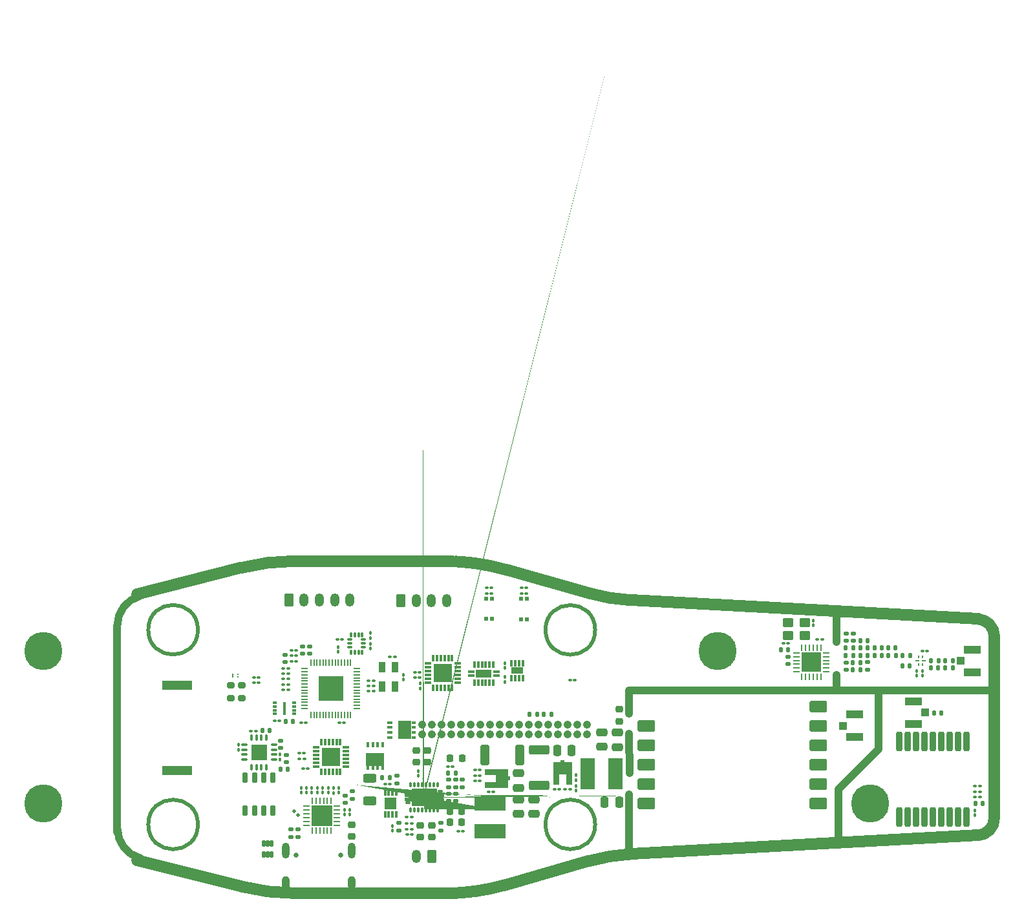
<source format=gts>
G04 #@! TF.GenerationSoftware,KiCad,Pcbnew,7.0.2-0*
G04 #@! TF.CreationDate,2023-10-11T21:53:26-07:00*
G04 #@! TF.ProjectId,low-power,6c6f772d-706f-4776-9572-2e6b69636164,rev?*
G04 #@! TF.SameCoordinates,Original*
G04 #@! TF.FileFunction,Soldermask,Top*
G04 #@! TF.FilePolarity,Negative*
%FSLAX46Y46*%
G04 Gerber Fmt 4.6, Leading zero omitted, Abs format (unit mm)*
G04 Created by KiCad (PCBNEW 7.0.2-0) date 2023-10-11 21:53:26*
%MOMM*%
%LPD*%
G01*
G04 APERTURE LIST*
G04 Aperture macros list*
%AMRoundRect*
0 Rectangle with rounded corners*
0 $1 Rounding radius*
0 $2 $3 $4 $5 $6 $7 $8 $9 X,Y pos of 4 corners*
0 Add a 4 corners polygon primitive as box body*
4,1,4,$2,$3,$4,$5,$6,$7,$8,$9,$2,$3,0*
0 Add four circle primitives for the rounded corners*
1,1,$1+$1,$2,$3*
1,1,$1+$1,$4,$5*
1,1,$1+$1,$6,$7*
1,1,$1+$1,$8,$9*
0 Add four rect primitives between the rounded corners*
20,1,$1+$1,$2,$3,$4,$5,0*
20,1,$1+$1,$4,$5,$6,$7,0*
20,1,$1+$1,$6,$7,$8,$9,0*
20,1,$1+$1,$8,$9,$2,$3,0*%
%AMFreePoly0*
4,1,557,-0.219239,2.454684,-0.218419,2.454743,-0.216188,2.454000,-0.215000,2.454000,-0.214239,2.453684,-0.213419,2.453743,-0.211188,2.453000,-0.210000,2.453000,-0.209239,2.452684,-0.208419,2.452743,-0.205419,2.451744,-0.205136,2.451498,-0.204764,2.451472,-0.203080,2.450630,-0.200419,2.449744,-0.199540,2.448982,-0.198464,2.448536,-0.197037,2.447108,-0.195764,2.446472,-0.195225,2.445851,
-0.194464,2.445536,-0.193037,2.444108,-0.191764,2.443472,-0.191225,2.442851,-0.190464,2.442536,-0.182465,2.434536,-0.182149,2.433775,-0.181528,2.433236,-0.180891,2.431963,-0.179465,2.430536,-0.179149,2.429775,-0.178528,2.429236,-0.177891,2.427963,-0.176465,2.426536,-0.176019,2.425460,-0.175257,2.424581,-0.174370,2.421920,-0.173528,2.420236,-0.173501,2.419862,-0.173257,2.419581,
-0.172257,2.416581,-0.172315,2.415760,-0.172000,2.415000,-0.172000,2.413810,-0.171257,2.411581,-0.171315,2.410760,-0.171000,2.410000,-0.171000,2.408810,-0.170257,2.406581,-0.170315,2.405760,-0.170000,2.405000,-0.170000,1.930000,0.170000,1.930000,0.170000,2.405000,0.170315,2.405760,0.170257,2.406581,0.171000,2.408812,0.171000,2.410000,0.171315,2.410760,0.171257,2.411581,
0.172000,2.413812,0.172000,2.415000,0.172315,2.415760,0.172257,2.416581,0.173256,2.419581,0.173501,2.419863,0.173528,2.420236,0.174369,2.421919,0.175256,2.424581,0.176017,2.425459,0.176464,2.426536,0.177891,2.427962,0.178528,2.429236,0.179148,2.429774,0.179464,2.430536,0.180891,2.431962,0.181528,2.433236,0.182148,2.433774,0.182464,2.434536,0.190464,2.442535,
0.191224,2.442850,0.191764,2.443472,0.193036,2.444108,0.194464,2.445535,0.195224,2.445850,0.195764,2.446472,0.197036,2.447108,0.198464,2.448535,0.199539,2.448980,0.200419,2.449743,0.203080,2.450630,0.204764,2.451472,0.205137,2.451498,0.205419,2.451743,0.208419,2.452743,0.209239,2.452684,0.210000,2.453000,0.211190,2.453000,0.213419,2.453743,0.214239,2.453684,
0.215000,2.454000,0.216190,2.454000,0.218419,2.454743,0.219239,2.454684,0.220000,2.455000,0.330000,2.455000,0.330760,2.454684,0.331581,2.454743,0.333812,2.454000,0.335000,2.454000,0.335760,2.453684,0.336581,2.453743,0.338812,2.453000,0.340000,2.453000,0.340760,2.452684,0.341581,2.452743,0.344581,2.451744,0.344863,2.451498,0.345236,2.451472,0.346919,2.450630,
0.349581,2.449744,0.350459,2.448982,0.351536,2.448536,0.352962,2.447108,0.354236,2.446472,0.354774,2.445851,0.355536,2.445536,0.356962,2.444108,0.358236,2.443472,0.358774,2.442851,0.359536,2.442536,0.367535,2.434536,0.367850,2.433775,0.368472,2.433236,0.369108,2.431963,0.370535,2.430536,0.370850,2.429775,0.371472,2.429236,0.372108,2.427963,0.373535,2.426536,
0.373980,2.425460,0.374743,2.424581,0.375630,2.421920,0.376472,2.420236,0.376498,2.419862,0.376743,2.419581,0.377743,2.416581,0.377684,2.415760,0.378000,2.415000,0.378000,2.413810,0.378743,2.411581,0.378684,2.410760,0.379000,2.410000,0.379000,2.408810,0.379743,2.406581,0.379684,2.405760,0.380000,2.405000,0.380000,1.530000,0.980000,1.530000,0.980760,1.529684,
0.981581,1.529743,0.983812,1.529000,0.985000,1.529000,0.985760,1.528684,0.986581,1.528743,0.988812,1.528000,0.990000,1.528000,0.990760,1.527684,0.991581,1.527743,0.994581,1.526744,0.994863,1.526498,0.995236,1.526472,0.996919,1.525630,0.998812,1.525000,1.025000,1.525000,1.025000,1.498810,1.025630,1.496920,1.026472,1.495236,1.026498,1.494862,1.026743,1.494581,
1.027743,1.491581,1.027684,1.490760,1.028000,1.490000,1.028000,1.488810,1.028743,1.486581,1.028684,1.485760,1.029000,1.485000,1.029000,1.483810,1.029743,1.481581,1.029684,1.480760,1.030000,1.480000,1.030000,-1.480000,1.029684,-1.480760,1.029743,-1.481581,1.029000,-1.483810,1.029000,-1.485000,1.028684,-1.485760,1.028743,-1.486581,1.028000,-1.488810,1.028000,-1.490000,
1.027684,-1.490760,1.027743,-1.491581,1.026743,-1.494581,1.026498,-1.494862,1.026472,-1.495236,1.025630,-1.496920,1.025000,-1.498810,1.025000,-1.525000,0.998812,-1.525000,0.996919,-1.525630,0.995236,-1.526472,0.994863,-1.526498,0.994581,-1.526744,0.991581,-1.527743,0.990760,-1.527684,0.990000,-1.528000,0.988812,-1.528000,0.986581,-1.528743,0.985760,-1.528684,0.985000,-1.529000,
0.983812,-1.529000,0.981581,-1.529743,0.980760,-1.529684,0.980000,-1.530000,0.380000,-1.530000,0.380000,-2.405000,0.379684,-2.405760,0.379743,-2.406581,0.379000,-2.408810,0.379000,-2.410000,0.378684,-2.410760,0.378743,-2.411581,0.378000,-2.413810,0.378000,-2.415000,0.377684,-2.415760,0.377743,-2.416581,0.376743,-2.419581,0.376498,-2.419862,0.376472,-2.420236,0.375630,-2.421920,
0.374743,-2.424581,0.373980,-2.425460,0.373535,-2.426536,0.372108,-2.427963,0.371472,-2.429236,0.370850,-2.429775,0.370535,-2.430536,0.369108,-2.431963,0.368472,-2.433236,0.367850,-2.433775,0.367535,-2.434536,0.359536,-2.442536,0.358774,-2.442851,0.358236,-2.443472,0.356962,-2.444108,0.355536,-2.445536,0.354774,-2.445851,0.354236,-2.446472,0.352962,-2.447108,0.351536,-2.448536,
0.350459,-2.448982,0.349581,-2.449744,0.346919,-2.450630,0.345236,-2.451472,0.344863,-2.451498,0.344581,-2.451744,0.341581,-2.452743,0.340760,-2.452684,0.340000,-2.453000,0.338812,-2.453000,0.336581,-2.453743,0.335760,-2.453684,0.335000,-2.454000,0.333812,-2.454000,0.331581,-2.454743,0.330760,-2.454684,0.330000,-2.455000,0.220000,-2.455000,0.219239,-2.454684,0.218419,-2.454743,
0.216190,-2.454000,0.215000,-2.454000,0.214239,-2.453684,0.213419,-2.453743,0.211190,-2.453000,0.210000,-2.453000,0.209239,-2.452684,0.208419,-2.452743,0.205419,-2.451743,0.205137,-2.451498,0.204764,-2.451472,0.203080,-2.450630,0.200419,-2.449743,0.199539,-2.448980,0.198464,-2.448535,0.197036,-2.447108,0.195764,-2.446472,0.195224,-2.445850,0.194464,-2.445535,0.193036,-2.444108,
0.191764,-2.443472,0.191224,-2.442850,0.190464,-2.442535,0.182464,-2.434536,0.182148,-2.433774,0.181528,-2.433236,0.180891,-2.431962,0.179464,-2.430536,0.179148,-2.429774,0.178528,-2.429236,0.177891,-2.427962,0.176464,-2.426536,0.176017,-2.425459,0.175256,-2.424581,0.174369,-2.421919,0.173528,-2.420236,0.173501,-2.419863,0.173256,-2.419581,0.172257,-2.416581,0.172315,-2.415760,
0.172000,-2.415000,0.172000,-2.413812,0.171257,-2.411581,0.171315,-2.410760,0.171000,-2.410000,0.171000,-2.408812,0.170257,-2.406581,0.170315,-2.405760,0.170000,-2.405000,0.170000,-1.930000,-0.170000,-1.930000,-0.170000,-2.405000,-0.170315,-2.405760,-0.170257,-2.406581,-0.171000,-2.408810,-0.171000,-2.410000,-0.171315,-2.410760,-0.171257,-2.411581,-0.172000,-2.413810,-0.172000,-2.415000,
-0.172315,-2.415760,-0.172257,-2.416581,-0.173257,-2.419581,-0.173501,-2.419862,-0.173528,-2.420236,-0.174370,-2.421920,-0.175257,-2.424581,-0.176019,-2.425460,-0.176465,-2.426536,-0.177891,-2.427963,-0.178528,-2.429236,-0.179149,-2.429775,-0.179465,-2.430536,-0.180891,-2.431963,-0.181528,-2.433236,-0.182149,-2.433775,-0.182465,-2.434536,-0.190464,-2.442536,-0.191225,-2.442851,-0.191764,-2.443472,
-0.193037,-2.444108,-0.194464,-2.445536,-0.195225,-2.445851,-0.195764,-2.446472,-0.197037,-2.447108,-0.198464,-2.448536,-0.199540,-2.448982,-0.200419,-2.449744,-0.203080,-2.450630,-0.204764,-2.451472,-0.205136,-2.451498,-0.205419,-2.451744,-0.208419,-2.452743,-0.209239,-2.452684,-0.210000,-2.453000,-0.211188,-2.453000,-0.213419,-2.453743,-0.214239,-2.453684,-0.215000,-2.454000,-0.216188,-2.454000,
-0.218419,-2.454743,-0.219239,-2.454684,-0.220000,-2.455000,-0.330000,-2.455000,-0.330760,-2.454684,-0.331581,-2.454743,-0.333810,-2.454000,-0.335000,-2.454000,-0.335760,-2.453684,-0.336581,-2.453743,-0.338810,-2.453000,-0.340000,-2.453000,-0.340760,-2.452684,-0.341581,-2.452743,-0.344581,-2.451743,-0.344862,-2.451498,-0.345236,-2.451472,-0.346920,-2.450630,-0.349581,-2.449743,-0.350460,-2.448980,
-0.351536,-2.448535,-0.352963,-2.447108,-0.354236,-2.446472,-0.354775,-2.445850,-0.355536,-2.445535,-0.356963,-2.444108,-0.358236,-2.443472,-0.358775,-2.442850,-0.359536,-2.442535,-0.367536,-2.434536,-0.367851,-2.433774,-0.368472,-2.433236,-0.369108,-2.431962,-0.370536,-2.430536,-0.370851,-2.429774,-0.371472,-2.429236,-0.372108,-2.427962,-0.373536,-2.426536,-0.373982,-2.425459,-0.374744,-2.424581,
-0.375630,-2.421919,-0.376472,-2.420236,-0.376498,-2.419863,-0.376744,-2.419581,-0.377743,-2.416581,-0.377684,-2.415760,-0.378000,-2.415000,-0.378000,-2.413812,-0.378743,-2.411581,-0.378684,-2.410760,-0.379000,-2.410000,-0.379000,-2.408812,-0.379743,-2.406581,-0.379684,-2.405760,-0.380000,-2.405000,-0.380000,-1.530000,-0.980000,-1.530000,-0.980760,-1.529684,-0.981581,-1.529743,-0.983810,-1.529000,
-0.985000,-1.529000,-0.985760,-1.528684,-0.986581,-1.528743,-0.988810,-1.528000,-0.990000,-1.528000,-0.990760,-1.527684,-0.991581,-1.527743,-0.994581,-1.526743,-0.994862,-1.526498,-0.995236,-1.526472,-0.996920,-1.525630,-0.998810,-1.525000,-1.025000,-1.525000,-1.025000,-1.498811,-1.025630,-1.496919,-1.026472,-1.495236,-1.026498,-1.494863,-1.026744,-1.494581,-1.027743,-1.491581,-1.027684,-1.490760,
-1.028000,-1.490000,-1.028000,-1.488812,-1.028743,-1.486581,-1.028684,-1.485760,-1.029000,-1.485000,-1.029000,-1.483812,-1.029743,-1.481581,-1.029684,-1.480760,-1.030000,-1.480000,-1.030000,1.480000,-1.029684,1.480760,-1.029743,1.481581,-1.029000,1.483812,-1.029000,1.485000,-1.028684,1.485760,-1.028743,1.486581,-1.028000,1.488812,-1.028000,1.490000,-1.027684,1.490760,-1.027743,1.491581,
-1.026744,1.494581,-1.026498,1.494863,-1.026472,1.495236,-1.025630,1.496919,-1.025000,1.498811,-1.025000,1.525000,-0.998810,1.525000,-0.996920,1.525630,-0.995236,1.526472,-0.994862,1.526498,-0.994581,1.526743,-0.991581,1.527743,-0.990760,1.527684,-0.990000,1.528000,-0.988810,1.528000,-0.986581,1.528743,-0.985760,1.528684,-0.985000,1.529000,-0.983810,1.529000,-0.981581,1.529743,
-0.980760,1.529684,-0.980000,1.530000,-0.380000,1.530000,-0.380000,2.405000,-0.379684,2.405760,-0.379743,2.406581,-0.379000,2.408812,-0.379000,2.410000,-0.378684,2.410760,-0.378743,2.411581,-0.378000,2.413812,-0.378000,2.415000,-0.377684,2.415760,-0.377743,2.416581,-0.376744,2.419581,-0.376498,2.419863,-0.376472,2.420236,-0.375630,2.421919,-0.374744,2.424581,-0.373982,2.425459,
-0.373536,2.426536,-0.372108,2.427962,-0.371472,2.429236,-0.370851,2.429774,-0.370536,2.430536,-0.369108,2.431962,-0.368472,2.433236,-0.367851,2.433774,-0.367536,2.434536,-0.359536,2.442535,-0.358775,2.442850,-0.358236,2.443472,-0.356963,2.444108,-0.355536,2.445535,-0.354775,2.445850,-0.354236,2.446472,-0.352963,2.447108,-0.351536,2.448535,-0.350460,2.448980,-0.349581,2.449743,
-0.346920,2.450630,-0.345236,2.451472,-0.344862,2.451498,-0.344581,2.451743,-0.341581,2.452743,-0.340760,2.452684,-0.340000,2.453000,-0.338810,2.453000,-0.336581,2.453743,-0.335760,2.453684,-0.335000,2.454000,-0.333810,2.454000,-0.331581,2.454743,-0.330760,2.454684,-0.330000,2.455000,-0.220000,2.455000,-0.219239,2.454684,-0.219239,2.454684,$1*%
G04 Aperture macros list end*
%ADD10C,1.500000*%
%ADD11C,0.500000*%
%ADD12C,1.000000*%
%ADD13C,0.010000*%
%ADD14R,1.050000X1.000000*%
%ADD15R,2.200000X1.050000*%
%ADD16RoundRect,0.140000X0.140000X0.170000X-0.140000X0.170000X-0.140000X-0.170000X0.140000X-0.170000X0*%
%ADD17RoundRect,0.100000X-0.130000X-0.100000X0.130000X-0.100000X0.130000X0.100000X-0.130000X0.100000X0*%
%ADD18RoundRect,0.100000X0.100000X-0.130000X0.100000X0.130000X-0.100000X0.130000X-0.100000X-0.130000X0*%
%ADD19R,0.150000X0.330000*%
%ADD20R,0.510000X0.200000*%
%ADD21RoundRect,0.140000X0.170000X-0.140000X0.170000X0.140000X-0.170000X0.140000X-0.170000X-0.140000X0*%
%ADD22RoundRect,0.147500X0.147500X0.172500X-0.147500X0.172500X-0.147500X-0.172500X0.147500X-0.172500X0*%
%ADD23RoundRect,0.140000X-0.140000X-0.170000X0.140000X-0.170000X0.140000X0.170000X-0.140000X0.170000X0*%
%ADD24RoundRect,0.250000X0.475000X-0.250000X0.475000X0.250000X-0.475000X0.250000X-0.475000X-0.250000X0*%
%ADD25RoundRect,0.120000X0.580000X0.480000X-0.580000X0.480000X-0.580000X-0.480000X0.580000X-0.480000X0*%
%ADD26RoundRect,0.003500X0.171500X-0.371500X0.171500X0.371500X-0.171500X0.371500X-0.171500X-0.371500X0*%
%ADD27RoundRect,0.100000X0.130000X0.100000X-0.130000X0.100000X-0.130000X-0.100000X0.130000X-0.100000X0*%
%ADD28R,1.850000X4.100000*%
%ADD29RoundRect,0.087500X0.087500X-0.225000X0.087500X0.225000X-0.087500X0.225000X-0.087500X-0.225000X0*%
%ADD30RoundRect,0.087500X0.225000X-0.087500X0.225000X0.087500X-0.225000X0.087500X-0.225000X-0.087500X0*%
%ADD31RoundRect,0.135000X-0.135000X-0.185000X0.135000X-0.185000X0.135000X0.185000X-0.135000X0.185000X0*%
%ADD32RoundRect,0.147500X-0.147500X-0.172500X0.147500X-0.172500X0.147500X0.172500X-0.147500X0.172500X0*%
%ADD33RoundRect,0.225000X0.250000X-0.225000X0.250000X0.225000X-0.250000X0.225000X-0.250000X-0.225000X0*%
%ADD34C,0.800000*%
%ADD35C,5.000000*%
%ADD36RoundRect,0.200000X0.275000X-0.200000X0.275000X0.200000X-0.275000X0.200000X-0.275000X-0.200000X0*%
%ADD37RoundRect,0.075000X0.075000X-0.350000X0.075000X0.350000X-0.075000X0.350000X-0.075000X-0.350000X0*%
%ADD38RoundRect,0.075000X0.350000X-0.075000X0.350000X0.075000X-0.350000X0.075000X-0.350000X-0.075000X0*%
%ADD39R,2.100000X2.100000*%
%ADD40RoundRect,0.250000X-0.625000X0.312500X-0.625000X-0.312500X0.625000X-0.312500X0.625000X0.312500X0*%
%ADD41RoundRect,0.225000X-0.225000X-0.250000X0.225000X-0.250000X0.225000X0.250000X-0.225000X0.250000X0*%
%ADD42RoundRect,0.135000X0.185000X-0.135000X0.185000X0.135000X-0.185000X0.135000X-0.185000X-0.135000X0*%
%ADD43RoundRect,0.060000X0.240000X0.590000X-0.240000X0.590000X-0.240000X-0.590000X0.240000X-0.590000X0*%
%ADD44RoundRect,0.075000X0.075000X-0.362500X0.075000X0.362500X-0.075000X0.362500X-0.075000X-0.362500X0*%
%ADD45RoundRect,0.075000X0.362500X-0.075000X0.362500X0.075000X-0.362500X0.075000X-0.362500X-0.075000X0*%
%ADD46R,2.450000X2.450000*%
%ADD47RoundRect,0.140000X-0.170000X0.140000X-0.170000X-0.140000X0.170000X-0.140000X0.170000X0.140000X0*%
%ADD48RoundRect,0.100000X-0.100000X0.130000X-0.100000X-0.130000X0.100000X-0.130000X0.100000X0.130000X0*%
%ADD49R,0.280000X0.170000*%
%ADD50R,0.280000X0.520000*%
%ADD51RoundRect,0.250000X-0.475000X0.250000X-0.475000X-0.250000X0.475000X-0.250000X0.475000X0.250000X0*%
%ADD52RoundRect,0.028600X-0.401400X0.101400X-0.401400X-0.101400X0.401400X-0.101400X0.401400X0.101400X0*%
%ADD53RoundRect,0.007800X-0.122200X0.422200X-0.122200X-0.422200X0.122200X-0.422200X0.122200X0.422200X0*%
%ADD54R,2.000000X1.000000*%
%ADD55RoundRect,0.147500X-0.172500X0.147500X-0.172500X-0.147500X0.172500X-0.147500X0.172500X0.147500X0*%
%ADD56R,0.260000X0.840000*%
%ADD57R,0.840000X0.260000*%
%ADD58R,2.600000X2.600000*%
%ADD59RoundRect,0.250000X0.362500X1.075000X-0.362500X1.075000X-0.362500X-1.075000X0.362500X-1.075000X0*%
%ADD60R,0.550000X0.550000*%
%ADD61R,0.420000X0.540000*%
%ADD62R,2.370000X1.710000*%
%ADD63R,0.420000X0.700000*%
%ADD64R,0.939800X1.397000*%
%ADD65RoundRect,0.200000X0.200000X-1.070000X0.200000X1.070000X-0.200000X1.070000X-0.200000X-1.070000X0*%
%ADD66RoundRect,0.011200X0.128800X-0.368800X0.128800X0.368800X-0.128800X0.368800X-0.128800X-0.368800X0*%
%ADD67R,1.600000X0.900000*%
%ADD68RoundRect,0.250000X-0.250000X-0.475000X0.250000X-0.475000X0.250000X0.475000X-0.250000X0.475000X0*%
%ADD69RoundRect,0.225000X-0.250000X0.225000X-0.250000X-0.225000X0.250000X-0.225000X0.250000X0.225000X0*%
%ADD70RoundRect,0.135000X0.135000X0.185000X-0.135000X0.185000X-0.135000X-0.185000X0.135000X-0.185000X0*%
%ADD71R,0.540000X0.420000*%
%ADD72R,1.710000X2.370000*%
%ADD73R,0.700000X0.420000*%
%ADD74RoundRect,0.250000X0.250000X0.475000X-0.250000X0.475000X-0.250000X-0.475000X0.250000X-0.475000X0*%
%ADD75C,1.050000*%
%ADD76RoundRect,0.050000X0.050000X-0.387500X0.050000X0.387500X-0.050000X0.387500X-0.050000X-0.387500X0*%
%ADD77RoundRect,0.050000X0.387500X-0.050000X0.387500X0.050000X-0.387500X0.050000X-0.387500X-0.050000X0*%
%ADD78R,3.200000X3.200000*%
%ADD79R,4.100000X1.850000*%
%ADD80RoundRect,0.031200X-0.268800X0.088800X-0.268800X-0.088800X0.268800X-0.088800X0.268800X0.088800X0*%
%ADD81RoundRect,0.012000X-0.108000X0.288000X-0.108000X-0.288000X0.108000X-0.288000X0.108000X0.288000X0*%
%ADD82C,0.350000*%
%ADD83FreePoly0,270.000000*%
%ADD84RoundRect,0.100000X0.162635X-0.021213X-0.021213X0.162635X-0.162635X0.021213X0.021213X-0.162635X0*%
%ADD85RoundRect,0.062500X-0.062500X0.350000X-0.062500X-0.350000X0.062500X-0.350000X0.062500X0.350000X0*%
%ADD86RoundRect,0.062500X-0.350000X0.062500X-0.350000X-0.062500X0.350000X-0.062500X0.350000X0.062500X0*%
%ADD87R,2.700000X2.700000*%
%ADD88RoundRect,0.135000X-0.185000X0.135000X-0.185000X-0.135000X0.185000X-0.135000X0.185000X0.135000X0*%
%ADD89R,4.000000X1.200000*%
%ADD90R,0.300000X0.850000*%
%ADD91R,1.600000X1.600000*%
%ADD92RoundRect,0.152400X-0.990600X-0.609600X0.990600X-0.609600X0.990600X0.609600X-0.990600X0.609600X0*%
%ADD93RoundRect,0.250000X-1.075000X0.362500X-1.075000X-0.362500X1.075000X-0.362500X1.075000X0.362500X0*%
%ADD94R,0.600000X0.300000*%
%ADD95R,0.300000X1.700000*%
%ADD96RoundRect,0.200000X-0.275000X0.200000X-0.275000X-0.200000X0.275000X-0.200000X0.275000X0.200000X0*%
%ADD97C,0.650000*%
%ADD98O,1.000000X1.800000*%
%ADD99O,1.000000X2.100000*%
%ADD100RoundRect,0.250000X-0.350000X-0.625000X0.350000X-0.625000X0.350000X0.625000X-0.350000X0.625000X0*%
%ADD101O,1.200000X1.750000*%
%ADD102RoundRect,0.250000X0.350000X0.625000X-0.350000X0.625000X-0.350000X-0.625000X0.350000X-0.625000X0*%
G04 APERTURE END LIST*
D10*
X159799874Y-117592006D02*
G75*
G03*
X154116788Y-118544639I1385326J-25692394D01*
G01*
D11*
X155026027Y-88222173D02*
G75*
G03*
X155026027Y-88222173I-3250000J0D01*
G01*
X103000000Y-113725000D02*
G75*
G03*
X103000000Y-113725000I-3250000J0D01*
G01*
D10*
X154120177Y-83387834D02*
G75*
G03*
X159800533Y-84340016I7065023J24727734D01*
G01*
X159800533Y-84340017D02*
X205148635Y-86790964D01*
X135324379Y-122757307D02*
X115802433Y-122744102D01*
X159799873Y-117591988D02*
G75*
G03*
X154116788Y-118544639I1385327J-25691912D01*
G01*
X95038613Y-118389590D02*
X108547875Y-121830897D01*
X135324379Y-79208302D02*
X115802433Y-79190465D01*
X95038613Y-118389590D02*
X108547875Y-121830897D01*
X207303140Y-89064766D02*
G75*
G03*
X205148635Y-86790965I-2277140J-34D01*
G01*
X95036390Y-83553484D02*
X108545453Y-80103975D01*
D12*
X159501027Y-101795000D02*
X159505000Y-107005000D01*
D10*
X115802433Y-79190459D02*
G75*
G03*
X108545453Y-80103975I67J-29282041D01*
G01*
X143363782Y-80334261D02*
X154120178Y-83387830D01*
D12*
X95444364Y-83778061D02*
G75*
G03*
X92434005Y-87653721I989636J-3875639D01*
G01*
D10*
X143363784Y-80334254D02*
G75*
G03*
X135324379Y-79208302I-8039484J-28138646D01*
G01*
X143363782Y-80334261D02*
X154120178Y-83387830D01*
D12*
X92458327Y-114270373D02*
G75*
G03*
X95470887Y-118146584I3999973J-27D01*
G01*
D10*
X159799873Y-117591995D02*
X205148726Y-115155106D01*
X207303139Y-89064766D02*
X207304866Y-112879580D01*
X115802433Y-79190478D02*
G75*
G03*
X108545453Y-80103976I-33J-29281822D01*
G01*
X95038613Y-118389590D02*
X108547875Y-121830897D01*
D12*
X159495000Y-109755000D02*
X159495000Y-117872173D01*
D10*
X135324379Y-122757301D02*
G75*
G03*
X143369623Y-121630529I-79J29285801D01*
G01*
X143363782Y-80334261D02*
X154120178Y-83387830D01*
X207303139Y-89064766D02*
X207304866Y-112879580D01*
X108547875Y-121830898D02*
G75*
G03*
X115802433Y-122744102I7254525J28358498D01*
G01*
D12*
X186625000Y-94105000D02*
X186626027Y-95672173D01*
D10*
X135324379Y-122757302D02*
G75*
G03*
X143369623Y-121630530I-179J29286502D01*
G01*
X159799873Y-117591995D02*
X205148726Y-115155106D01*
X135324379Y-122757302D02*
G75*
G03*
X143369623Y-121630530I-179J29286502D01*
G01*
X135324379Y-79208302D02*
X115802433Y-79190465D01*
X205148729Y-115155159D02*
G75*
G03*
X207304866Y-112879580I-122729J2275559D01*
G01*
X207303139Y-89064766D02*
X207304866Y-112879580D01*
X207303140Y-89064766D02*
G75*
G03*
X205148635Y-86790965I-2277140J-34D01*
G01*
X205148729Y-115155159D02*
G75*
G03*
X207304866Y-112879580I-122729J2275559D01*
G01*
D12*
X92434005Y-114737972D02*
X92434005Y-87653721D01*
X186626027Y-85547173D02*
X186621027Y-89772173D01*
D10*
X159799874Y-117592006D02*
G75*
G03*
X154116788Y-118544639I1385326J-25692394D01*
G01*
X143363784Y-80334255D02*
G75*
G03*
X135324379Y-79208302I-8039584J-28139345D01*
G01*
X135324379Y-79208302D02*
X115802433Y-79190465D01*
X154120177Y-83387834D02*
G75*
G03*
X159800533Y-84340016I7065023J24727734D01*
G01*
D11*
X155026027Y-113722173D02*
G75*
G03*
X155026027Y-113722173I-3250000J0D01*
G01*
D10*
X143369623Y-121630530D02*
X154116788Y-118544638D01*
D12*
X186901027Y-109097173D02*
X186901027Y-116122173D01*
D10*
X95036390Y-83553484D02*
X108545453Y-80103975D01*
X95036390Y-83553484D02*
X108545453Y-80103975D01*
X108547872Y-121830907D02*
G75*
G03*
X115802433Y-122744102I7254528J28358807D01*
G01*
X115802433Y-79190459D02*
G75*
G03*
X108545453Y-80103975I67J-29282041D01*
G01*
X143369623Y-121630530D02*
X154116788Y-118544638D01*
D11*
X103000000Y-88200000D02*
G75*
G03*
X103000000Y-88200000I-3250000J0D01*
G01*
D10*
X108547875Y-121830898D02*
G75*
G03*
X115802433Y-122744102I7254525J28358498D01*
G01*
X135324379Y-122757307D02*
X115802433Y-122744102D01*
D12*
X192126027Y-103847173D02*
X186901027Y-109097173D01*
D10*
X205148729Y-115155159D02*
G75*
G03*
X207304866Y-112879580I-122729J2275559D01*
G01*
X143363784Y-80334255D02*
G75*
G03*
X135324379Y-79208302I-8039584J-28139345D01*
G01*
D12*
X159501027Y-96172173D02*
X207276027Y-96172173D01*
D10*
X154120177Y-83387834D02*
G75*
G03*
X159800533Y-84340016I7065023J24727734D01*
G01*
D12*
X159501027Y-96172173D02*
X159501027Y-99197173D01*
D10*
X159800533Y-84340017D02*
X205148635Y-86790964D01*
X207303140Y-89064766D02*
G75*
G03*
X205148635Y-86790965I-2277140J-34D01*
G01*
X143369623Y-121630530D02*
X154116788Y-118544638D01*
X159799873Y-117591995D02*
X205148726Y-115155106D01*
D12*
X192126027Y-96172173D02*
X192126027Y-103847173D01*
D10*
X159800533Y-84340017D02*
X205148635Y-86790964D01*
X135324379Y-122757307D02*
X115802433Y-122744102D01*
D13*
X150415000Y-107085000D02*
X149515000Y-107085000D01*
X149515000Y-105535000D01*
X150415000Y-105535000D01*
X150415000Y-107085000D01*
G36*
X150415000Y-107085000D02*
G01*
X149515000Y-107085000D01*
X149515000Y-105535000D01*
X150415000Y-105535000D01*
X150415000Y-107085000D01*
G37*
X150215000Y-107560000D02*
X149515000Y-107560000D01*
X149515000Y-107160000D01*
X150215000Y-107160000D01*
X150215000Y-107560000D01*
G36*
X150215000Y-107560000D02*
G01*
X149515000Y-107560000D01*
X149515000Y-107160000D01*
X150215000Y-107160000D01*
X150215000Y-107560000D01*
G37*
X150215000Y-108010000D02*
X149515000Y-108010000D01*
X149515000Y-107610000D01*
X150215000Y-107610000D01*
X150215000Y-108010000D01*
G36*
X150215000Y-108010000D02*
G01*
X149515000Y-108010000D01*
X149515000Y-107610000D01*
X150215000Y-107610000D01*
X150215000Y-108010000D01*
G37*
X150215000Y-108460000D02*
X149515000Y-108460000D01*
X149515000Y-108060000D01*
X150215000Y-108060000D01*
X150215000Y-108460000D01*
G36*
X150215000Y-108460000D02*
G01*
X149515000Y-108460000D01*
X149515000Y-108060000D01*
X150215000Y-108060000D01*
X150215000Y-108460000D01*
G37*
X150915000Y-107085000D02*
X150515000Y-107085000D01*
X150515000Y-105260000D01*
X150915000Y-105260000D01*
X150915000Y-107085000D01*
G36*
X150915000Y-107085000D02*
G01*
X150515000Y-107085000D01*
X150515000Y-105260000D01*
X150915000Y-105260000D01*
X150915000Y-107085000D01*
G37*
X151915000Y-107085000D02*
X151015000Y-107085000D01*
X151015000Y-105535000D01*
X151915000Y-105535000D01*
X151915000Y-107085000D01*
G36*
X151915000Y-107085000D02*
G01*
X151015000Y-107085000D01*
X151015000Y-105535000D01*
X151915000Y-105535000D01*
X151915000Y-107085000D01*
G37*
X151915000Y-107560000D02*
X151215000Y-107560000D01*
X151215000Y-107160000D01*
X151915000Y-107160000D01*
X151915000Y-107560000D01*
G36*
X151915000Y-107560000D02*
G01*
X151215000Y-107560000D01*
X151215000Y-107160000D01*
X151915000Y-107160000D01*
X151915000Y-107560000D01*
G37*
X151915000Y-108010000D02*
X151215000Y-108010000D01*
X151215000Y-107610000D01*
X151915000Y-107610000D01*
X151915000Y-108010000D01*
G36*
X151915000Y-108010000D02*
G01*
X151215000Y-108010000D01*
X151215000Y-107610000D01*
X151915000Y-107610000D01*
X151915000Y-108010000D01*
G37*
X151915000Y-108460000D02*
X151215000Y-108460000D01*
X151215000Y-108060000D01*
X151915000Y-108060000D01*
X151915000Y-108460000D01*
G36*
X151915000Y-108460000D02*
G01*
X151215000Y-108460000D01*
X151215000Y-108060000D01*
X151915000Y-108060000D01*
X151915000Y-108460000D01*
G37*
X143530000Y-107350000D02*
X141980000Y-107350000D01*
X141980000Y-106450000D01*
X143530000Y-106450000D01*
X143530000Y-107350000D01*
G36*
X143530000Y-107350000D02*
G01*
X141980000Y-107350000D01*
X141980000Y-106450000D01*
X143530000Y-106450000D01*
X143530000Y-107350000D01*
G37*
X141905000Y-107150000D02*
X141505000Y-107150000D01*
X141505000Y-106450000D01*
X141905000Y-106450000D01*
X141905000Y-107150000D01*
G36*
X141905000Y-107150000D02*
G01*
X141505000Y-107150000D01*
X141505000Y-106450000D01*
X141905000Y-106450000D01*
X141905000Y-107150000D01*
G37*
X141455000Y-107150000D02*
X141055000Y-107150000D01*
X141055000Y-106450000D01*
X141455000Y-106450000D01*
X141455000Y-107150000D01*
G36*
X141455000Y-107150000D02*
G01*
X141055000Y-107150000D01*
X141055000Y-106450000D01*
X141455000Y-106450000D01*
X141455000Y-107150000D01*
G37*
X141005000Y-107150000D02*
X140605000Y-107150000D01*
X140605000Y-106450000D01*
X141005000Y-106450000D01*
X141005000Y-107150000D01*
G36*
X141005000Y-107150000D02*
G01*
X140605000Y-107150000D01*
X140605000Y-106450000D01*
X141005000Y-106450000D01*
X141005000Y-107150000D01*
G37*
X143805000Y-107850000D02*
X141980000Y-107850000D01*
X141980000Y-107450000D01*
X143805000Y-107450000D01*
X143805000Y-107850000D01*
G36*
X143805000Y-107850000D02*
G01*
X141980000Y-107850000D01*
X141980000Y-107450000D01*
X143805000Y-107450000D01*
X143805000Y-107850000D01*
G37*
X143530000Y-108850000D02*
X141980000Y-108850000D01*
X141980000Y-107950000D01*
X143530000Y-107950000D01*
X143530000Y-108850000D01*
G36*
X143530000Y-108850000D02*
G01*
X141980000Y-108850000D01*
X141980000Y-107950000D01*
X143530000Y-107950000D01*
X143530000Y-108850000D01*
G37*
X141905000Y-108850000D02*
X141505000Y-108850000D01*
X141505000Y-108150000D01*
X141905000Y-108150000D01*
X141905000Y-108850000D01*
G36*
X141905000Y-108850000D02*
G01*
X141505000Y-108850000D01*
X141505000Y-108150000D01*
X141905000Y-108150000D01*
X141905000Y-108850000D01*
G37*
X141455000Y-108850000D02*
X141055000Y-108850000D01*
X141055000Y-108150000D01*
X141455000Y-108150000D01*
X141455000Y-108850000D01*
G36*
X141455000Y-108850000D02*
G01*
X141055000Y-108850000D01*
X141055000Y-108150000D01*
X141455000Y-108150000D01*
X141455000Y-108850000D01*
G37*
X141005000Y-108850000D02*
X140605000Y-108850000D01*
X140605000Y-108150000D01*
X141005000Y-108150000D01*
X141005000Y-108850000D01*
G36*
X141005000Y-108850000D02*
G01*
X140605000Y-108850000D01*
X140605000Y-108150000D01*
X141005000Y-108150000D01*
X141005000Y-108850000D01*
G37*
X134105000Y-109014000D02*
X134113000Y-109015000D01*
X134121000Y-109016000D01*
X134128000Y-109018000D01*
X134136000Y-109020000D01*
X134143000Y-109023000D01*
X134151000Y-109026000D01*
X134158000Y-109030000D01*
X134165000Y-109033000D01*
X134172000Y-109038000D01*
X134178000Y-109042000D01*
X134185000Y-109047000D01*
X134191000Y-109052000D01*
X134196000Y-109058000D01*
X134202000Y-109063000D01*
X134207000Y-109069000D01*
X134212000Y-109076000D01*
X134216000Y-109082000D01*
X134221000Y-109089000D01*
X134224000Y-109096000D01*
X134228000Y-109103000D01*
X134231000Y-109111000D01*
X134234000Y-109118000D01*
X134236000Y-109126000D01*
X134238000Y-109133000D01*
X134239000Y-109141000D01*
X134240000Y-109149000D01*
X134241000Y-109157000D01*
X134241000Y-109165000D01*
X134241000Y-109662000D01*
X134241000Y-109663000D01*
X134242000Y-109663000D01*
X135015000Y-109663000D01*
X135023000Y-109663000D01*
X135031000Y-109664000D01*
X135039000Y-109665000D01*
X135047000Y-109666000D01*
X135054000Y-109668000D01*
X135062000Y-109670000D01*
X135069000Y-109673000D01*
X135077000Y-109676000D01*
X135084000Y-109680000D01*
X135091000Y-109683000D01*
X135098000Y-109688000D01*
X135104000Y-109692000D01*
X135111000Y-109697000D01*
X135117000Y-109702000D01*
X135122000Y-109708000D01*
X135128000Y-109713000D01*
X135133000Y-109719000D01*
X135138000Y-109726000D01*
X135142000Y-109732000D01*
X135147000Y-109739000D01*
X135150000Y-109746000D01*
X135154000Y-109753000D01*
X135157000Y-109761000D01*
X135160000Y-109768000D01*
X135162000Y-109776000D01*
X135164000Y-109783000D01*
X135165000Y-109791000D01*
X135166000Y-109799000D01*
X135167000Y-109807000D01*
X135167000Y-109815000D01*
X135167000Y-109915000D01*
X135167000Y-109923000D01*
X135166000Y-109931000D01*
X135165000Y-109939000D01*
X135164000Y-109947000D01*
X135162000Y-109954000D01*
X135160000Y-109962000D01*
X135157000Y-109969000D01*
X135154000Y-109977000D01*
X135150000Y-109984000D01*
X135147000Y-109991000D01*
X135142000Y-109998000D01*
X135138000Y-110004000D01*
X135133000Y-110011000D01*
X135128000Y-110017000D01*
X135122000Y-110022000D01*
X135117000Y-110028000D01*
X135111000Y-110033000D01*
X135104000Y-110038000D01*
X135098000Y-110042000D01*
X135091000Y-110047000D01*
X135084000Y-110050000D01*
X135077000Y-110054000D01*
X135069000Y-110057000D01*
X135062000Y-110060000D01*
X135054000Y-110062000D01*
X135047000Y-110064000D01*
X135039000Y-110065000D01*
X135031000Y-110066000D01*
X135023000Y-110067000D01*
X135015000Y-110067000D01*
X134642000Y-110067000D01*
X134642000Y-110212000D01*
X134642000Y-110213000D01*
X135017000Y-110213000D01*
X135025000Y-110213000D01*
X135033000Y-110214000D01*
X135040000Y-110215000D01*
X135048000Y-110216000D01*
X135056000Y-110218000D01*
X135063000Y-110220000D01*
X135071000Y-110223000D01*
X135078000Y-110226000D01*
X135085000Y-110229000D01*
X135092000Y-110233000D01*
X135099000Y-110237000D01*
X135105000Y-110242000D01*
X135111000Y-110246000D01*
X135117000Y-110252000D01*
X135123000Y-110257000D01*
X135128000Y-110263000D01*
X135134000Y-110269000D01*
X135138000Y-110275000D01*
X135143000Y-110281000D01*
X135147000Y-110288000D01*
X135151000Y-110295000D01*
X135154000Y-110302000D01*
X135157000Y-110309000D01*
X135160000Y-110317000D01*
X135162000Y-110324000D01*
X135164000Y-110332000D01*
X135165000Y-110340000D01*
X135166000Y-110347000D01*
X135167000Y-110355000D01*
X135167000Y-110363000D01*
X135167000Y-110466000D01*
X135167000Y-110474000D01*
X135166000Y-110482000D01*
X135165000Y-110490000D01*
X135164000Y-110497000D01*
X135162000Y-110505000D01*
X135160000Y-110513000D01*
X135157000Y-110520000D01*
X135154000Y-110527000D01*
X135151000Y-110535000D01*
X135147000Y-110541000D01*
X135143000Y-110548000D01*
X135138000Y-110555000D01*
X135133000Y-110561000D01*
X135128000Y-110567000D01*
X135123000Y-110573000D01*
X135117000Y-110578000D01*
X135111000Y-110583000D01*
X135105000Y-110588000D01*
X135098000Y-110593000D01*
X135091000Y-110597000D01*
X135085000Y-110601000D01*
X135077000Y-110604000D01*
X135070000Y-110607000D01*
X135063000Y-110610000D01*
X135055000Y-110612000D01*
X135047000Y-110614000D01*
X135040000Y-110615000D01*
X135032000Y-110616000D01*
X135024000Y-110617000D01*
X135016000Y-110617000D01*
X134242000Y-110617000D01*
X134242000Y-111115000D01*
X134242000Y-111123000D01*
X134241000Y-111131000D01*
X134240000Y-111139000D01*
X134239000Y-111147000D01*
X134237000Y-111154000D01*
X134235000Y-111162000D01*
X134232000Y-111169000D01*
X134229000Y-111177000D01*
X134225000Y-111184000D01*
X134222000Y-111191000D01*
X134217000Y-111198000D01*
X134213000Y-111204000D01*
X134208000Y-111211000D01*
X134203000Y-111217000D01*
X134197000Y-111222000D01*
X134192000Y-111228000D01*
X134186000Y-111233000D01*
X134179000Y-111238000D01*
X134173000Y-111242000D01*
X134166000Y-111247000D01*
X134159000Y-111250000D01*
X134152000Y-111254000D01*
X134144000Y-111257000D01*
X134137000Y-111260000D01*
X134129000Y-111262000D01*
X134122000Y-111264000D01*
X134114000Y-111265000D01*
X134106000Y-111266000D01*
X134098000Y-111267000D01*
X134090000Y-111267000D01*
X131139000Y-111267000D01*
X131131000Y-111267000D01*
X131123000Y-111266000D01*
X131116000Y-111265000D01*
X131108000Y-111264000D01*
X131100000Y-111262000D01*
X131093000Y-111260000D01*
X131085000Y-111257000D01*
X131078000Y-111254000D01*
X131071000Y-111251000D01*
X131064000Y-111247000D01*
X131057000Y-111243000D01*
X131051000Y-111238000D01*
X131045000Y-111234000D01*
X131039000Y-111228000D01*
X131033000Y-111223000D01*
X131028000Y-111217000D01*
X131022000Y-111211000D01*
X131018000Y-111205000D01*
X131013000Y-111199000D01*
X131009000Y-111192000D01*
X131005000Y-111185000D01*
X131002000Y-111178000D01*
X130999000Y-111171000D01*
X130996000Y-111163000D01*
X130994000Y-111156000D01*
X130992000Y-111148000D01*
X130991000Y-111140000D01*
X130990000Y-111133000D01*
X130989000Y-111125000D01*
X130989000Y-111117000D01*
X130989000Y-110618000D01*
X130989000Y-110617000D01*
X130988000Y-110617000D01*
X130214000Y-110617000D01*
X130206000Y-110617000D01*
X130198000Y-110616000D01*
X130191000Y-110615000D01*
X130183000Y-110614000D01*
X130175000Y-110612000D01*
X130168000Y-110610000D01*
X130160000Y-110607000D01*
X130153000Y-110604000D01*
X130146000Y-110601000D01*
X130139000Y-110597000D01*
X130132000Y-110593000D01*
X130126000Y-110588000D01*
X130120000Y-110584000D01*
X130114000Y-110578000D01*
X130108000Y-110573000D01*
X130103000Y-110567000D01*
X130097000Y-110561000D01*
X130093000Y-110555000D01*
X130088000Y-110549000D01*
X130084000Y-110542000D01*
X130080000Y-110535000D01*
X130077000Y-110528000D01*
X130074000Y-110521000D01*
X130071000Y-110513000D01*
X130069000Y-110506000D01*
X130067000Y-110498000D01*
X130066000Y-110490000D01*
X130065000Y-110483000D01*
X130064000Y-110475000D01*
X130064000Y-110467000D01*
X130064000Y-110362000D01*
X130064000Y-110354000D01*
X130065000Y-110346000D01*
X130066000Y-110339000D01*
X130067000Y-110331000D01*
X130069000Y-110323000D01*
X130071000Y-110316000D01*
X130074000Y-110309000D01*
X130077000Y-110301000D01*
X130080000Y-110294000D01*
X130084000Y-110287000D01*
X130088000Y-110281000D01*
X130092000Y-110274000D01*
X130097000Y-110268000D01*
X130102000Y-110262000D01*
X130108000Y-110257000D01*
X130113000Y-110251000D01*
X130119000Y-110246000D01*
X130125000Y-110241000D01*
X130132000Y-110237000D01*
X130138000Y-110233000D01*
X130145000Y-110229000D01*
X130152000Y-110226000D01*
X130160000Y-110223000D01*
X130167000Y-110220000D01*
X130174000Y-110218000D01*
X130182000Y-110216000D01*
X130190000Y-110215000D01*
X130197000Y-110214000D01*
X130205000Y-110213000D01*
X130213000Y-110213000D01*
X130588000Y-110213000D01*
X130588000Y-110068000D01*
X130588000Y-110067000D01*
X130587000Y-110067000D01*
X130214000Y-110067000D01*
X130206000Y-110067000D01*
X130198000Y-110066000D01*
X130191000Y-110065000D01*
X130183000Y-110064000D01*
X130175000Y-110062000D01*
X130168000Y-110060000D01*
X130160000Y-110057000D01*
X130153000Y-110054000D01*
X130146000Y-110051000D01*
X130139000Y-110047000D01*
X130132000Y-110043000D01*
X130126000Y-110038000D01*
X130120000Y-110034000D01*
X130114000Y-110028000D01*
X130108000Y-110023000D01*
X130103000Y-110017000D01*
X130097000Y-110011000D01*
X130093000Y-110005000D01*
X130088000Y-109999000D01*
X130084000Y-109992000D01*
X130080000Y-109985000D01*
X130077000Y-109978000D01*
X130074000Y-109971000D01*
X130071000Y-109963000D01*
X130069000Y-109956000D01*
X130067000Y-109948000D01*
X130066000Y-109940000D01*
X130065000Y-109933000D01*
X130064000Y-109925000D01*
X130064000Y-109917000D01*
X130064000Y-109811000D01*
X130064000Y-109803000D01*
X130065000Y-109796000D01*
X130066000Y-109788000D01*
X130067000Y-109780000D01*
X130069000Y-109773000D01*
X130071000Y-109765000D01*
X130074000Y-109758000D01*
X130077000Y-109751000D01*
X130080000Y-109744000D01*
X130084000Y-109737000D01*
X130088000Y-109730000D01*
X130092000Y-109724000D01*
X130097000Y-109718000D01*
X130102000Y-109712000D01*
X130107000Y-109706000D01*
X130113000Y-109701000D01*
X130119000Y-109696000D01*
X130125000Y-109691000D01*
X130131000Y-109687000D01*
X130138000Y-109683000D01*
X130145000Y-109679000D01*
X130152000Y-109676000D01*
X130159000Y-109673000D01*
X130166000Y-109670000D01*
X130174000Y-109668000D01*
X130181000Y-109666000D01*
X130189000Y-109665000D01*
X130197000Y-109664000D01*
X130204000Y-109663000D01*
X130212000Y-109663000D01*
X130988000Y-109663000D01*
X130988000Y-109165000D01*
X130988000Y-109157000D01*
X130989000Y-109149000D01*
X130990000Y-109141000D01*
X130991000Y-109133000D01*
X130993000Y-109126000D01*
X130995000Y-109118000D01*
X130998000Y-109111000D01*
X131001000Y-109103000D01*
X131005000Y-109096000D01*
X131008000Y-109089000D01*
X131013000Y-109082000D01*
X131017000Y-109076000D01*
X131022000Y-109069000D01*
X131027000Y-109063000D01*
X131033000Y-109058000D01*
X131038000Y-109052000D01*
X131044000Y-109047000D01*
X131051000Y-109042000D01*
X131057000Y-109038000D01*
X131064000Y-109033000D01*
X131071000Y-109030000D01*
X131078000Y-109026000D01*
X131086000Y-109023000D01*
X131093000Y-109020000D01*
X131101000Y-109018000D01*
X131108000Y-109016000D01*
X131116000Y-109015000D01*
X131124000Y-109014000D01*
X131132000Y-109013000D01*
X131140000Y-109013000D01*
X134089000Y-109013000D01*
X134097000Y-109013000D01*
X134105000Y-109014000D01*
G36*
X134105000Y-109014000D02*
G01*
X134113000Y-109015000D01*
X134121000Y-109016000D01*
X134128000Y-109018000D01*
X134136000Y-109020000D01*
X134143000Y-109023000D01*
X134151000Y-109026000D01*
X134158000Y-109030000D01*
X134165000Y-109033000D01*
X134172000Y-109038000D01*
X134178000Y-109042000D01*
X134185000Y-109047000D01*
X134191000Y-109052000D01*
X134196000Y-109058000D01*
X134202000Y-109063000D01*
X134207000Y-109069000D01*
X134212000Y-109076000D01*
X134216000Y-109082000D01*
X134221000Y-109089000D01*
X134224000Y-109096000D01*
X134228000Y-109103000D01*
X134231000Y-109111000D01*
X134234000Y-109118000D01*
X134236000Y-109126000D01*
X134238000Y-109133000D01*
X134239000Y-109141000D01*
X134240000Y-109149000D01*
X134241000Y-109157000D01*
X134241000Y-109165000D01*
X134241000Y-109662000D01*
X134241000Y-109663000D01*
X134242000Y-109663000D01*
X135015000Y-109663000D01*
X135023000Y-109663000D01*
X135031000Y-109664000D01*
X135039000Y-109665000D01*
X135047000Y-109666000D01*
X135054000Y-109668000D01*
X135062000Y-109670000D01*
X135069000Y-109673000D01*
X135077000Y-109676000D01*
X135084000Y-109680000D01*
X135091000Y-109683000D01*
X135098000Y-109688000D01*
X135104000Y-109692000D01*
X135111000Y-109697000D01*
X135117000Y-109702000D01*
X135122000Y-109708000D01*
X135128000Y-109713000D01*
X135133000Y-109719000D01*
X135138000Y-109726000D01*
X135142000Y-109732000D01*
X135147000Y-109739000D01*
X135150000Y-109746000D01*
X135154000Y-109753000D01*
X135157000Y-109761000D01*
X135160000Y-109768000D01*
X135162000Y-109776000D01*
X135164000Y-109783000D01*
X135165000Y-109791000D01*
X135166000Y-109799000D01*
X135167000Y-109807000D01*
X135167000Y-109815000D01*
X135167000Y-109915000D01*
X135167000Y-109923000D01*
X135166000Y-109931000D01*
X135165000Y-109939000D01*
X135164000Y-109947000D01*
X135162000Y-109954000D01*
X135160000Y-109962000D01*
X135157000Y-109969000D01*
X135154000Y-109977000D01*
X135150000Y-109984000D01*
X135147000Y-109991000D01*
X135142000Y-109998000D01*
X135138000Y-110004000D01*
X135133000Y-110011000D01*
X135128000Y-110017000D01*
X135122000Y-110022000D01*
X135117000Y-110028000D01*
X135111000Y-110033000D01*
X135104000Y-110038000D01*
X135098000Y-110042000D01*
X135091000Y-110047000D01*
X135084000Y-110050000D01*
X135077000Y-110054000D01*
X135069000Y-110057000D01*
X135062000Y-110060000D01*
X135054000Y-110062000D01*
X135047000Y-110064000D01*
X135039000Y-110065000D01*
X135031000Y-110066000D01*
X135023000Y-110067000D01*
X135015000Y-110067000D01*
X134642000Y-110067000D01*
X134642000Y-110212000D01*
X134642000Y-110213000D01*
X135017000Y-110213000D01*
X135025000Y-110213000D01*
X135033000Y-110214000D01*
X135040000Y-110215000D01*
X135048000Y-110216000D01*
X135056000Y-110218000D01*
X135063000Y-110220000D01*
X135071000Y-110223000D01*
X135078000Y-110226000D01*
X135085000Y-110229000D01*
X135092000Y-110233000D01*
X135099000Y-110237000D01*
X135105000Y-110242000D01*
X135111000Y-110246000D01*
X135117000Y-110252000D01*
X135123000Y-110257000D01*
X135128000Y-110263000D01*
X135134000Y-110269000D01*
X135138000Y-110275000D01*
X135143000Y-110281000D01*
X135147000Y-110288000D01*
X135151000Y-110295000D01*
X135154000Y-110302000D01*
X135157000Y-110309000D01*
X135160000Y-110317000D01*
X135162000Y-110324000D01*
X135164000Y-110332000D01*
X135165000Y-110340000D01*
X135166000Y-110347000D01*
X135167000Y-110355000D01*
X135167000Y-110363000D01*
X135167000Y-110466000D01*
X135167000Y-110474000D01*
X135166000Y-110482000D01*
X135165000Y-110490000D01*
X135164000Y-110497000D01*
X135162000Y-110505000D01*
X135160000Y-110513000D01*
X135157000Y-110520000D01*
X135154000Y-110527000D01*
X135151000Y-110535000D01*
X135147000Y-110541000D01*
X135143000Y-110548000D01*
X135138000Y-110555000D01*
X135133000Y-110561000D01*
X135128000Y-110567000D01*
X135123000Y-110573000D01*
X135117000Y-110578000D01*
X135111000Y-110583000D01*
X135105000Y-110588000D01*
X135098000Y-110593000D01*
X135091000Y-110597000D01*
X135085000Y-110601000D01*
X135077000Y-110604000D01*
X135070000Y-110607000D01*
X135063000Y-110610000D01*
X135055000Y-110612000D01*
X135047000Y-110614000D01*
X135040000Y-110615000D01*
X135032000Y-110616000D01*
X135024000Y-110617000D01*
X135016000Y-110617000D01*
X134242000Y-110617000D01*
X134242000Y-111115000D01*
X134242000Y-111123000D01*
X134241000Y-111131000D01*
X134240000Y-111139000D01*
X134239000Y-111147000D01*
X134237000Y-111154000D01*
X134235000Y-111162000D01*
X134232000Y-111169000D01*
X134229000Y-111177000D01*
X134225000Y-111184000D01*
X134222000Y-111191000D01*
X134217000Y-111198000D01*
X134213000Y-111204000D01*
X134208000Y-111211000D01*
X134203000Y-111217000D01*
X134197000Y-111222000D01*
X134192000Y-111228000D01*
X134186000Y-111233000D01*
X134179000Y-111238000D01*
X134173000Y-111242000D01*
X134166000Y-111247000D01*
X134159000Y-111250000D01*
X134152000Y-111254000D01*
X134144000Y-111257000D01*
X134137000Y-111260000D01*
X134129000Y-111262000D01*
X134122000Y-111264000D01*
X134114000Y-111265000D01*
X134106000Y-111266000D01*
X134098000Y-111267000D01*
X134090000Y-111267000D01*
X131139000Y-111267000D01*
X131131000Y-111267000D01*
X131123000Y-111266000D01*
X131116000Y-111265000D01*
X131108000Y-111264000D01*
X131100000Y-111262000D01*
X131093000Y-111260000D01*
X131085000Y-111257000D01*
X131078000Y-111254000D01*
X131071000Y-111251000D01*
X131064000Y-111247000D01*
X131057000Y-111243000D01*
X131051000Y-111238000D01*
X131045000Y-111234000D01*
X131039000Y-111228000D01*
X131033000Y-111223000D01*
X131028000Y-111217000D01*
X131022000Y-111211000D01*
X131018000Y-111205000D01*
X131013000Y-111199000D01*
X131009000Y-111192000D01*
X131005000Y-111185000D01*
X131002000Y-111178000D01*
X130999000Y-111171000D01*
X130996000Y-111163000D01*
X130994000Y-111156000D01*
X130992000Y-111148000D01*
X130991000Y-111140000D01*
X130990000Y-111133000D01*
X130989000Y-111125000D01*
X130989000Y-111117000D01*
X130989000Y-110618000D01*
X130989000Y-110617000D01*
X130988000Y-110617000D01*
X130214000Y-110617000D01*
X130206000Y-110617000D01*
X130198000Y-110616000D01*
X130191000Y-110615000D01*
X130183000Y-110614000D01*
X130175000Y-110612000D01*
X130168000Y-110610000D01*
X130160000Y-110607000D01*
X130153000Y-110604000D01*
X130146000Y-110601000D01*
X130139000Y-110597000D01*
X130132000Y-110593000D01*
X130126000Y-110588000D01*
X130120000Y-110584000D01*
X130114000Y-110578000D01*
X130108000Y-110573000D01*
X130103000Y-110567000D01*
X130097000Y-110561000D01*
X130093000Y-110555000D01*
X130088000Y-110549000D01*
X130084000Y-110542000D01*
X130080000Y-110535000D01*
X130077000Y-110528000D01*
X130074000Y-110521000D01*
X130071000Y-110513000D01*
X130069000Y-110506000D01*
X130067000Y-110498000D01*
X130066000Y-110490000D01*
X130065000Y-110483000D01*
X130064000Y-110475000D01*
X130064000Y-110467000D01*
X130064000Y-110362000D01*
X130064000Y-110354000D01*
X130065000Y-110346000D01*
X130066000Y-110339000D01*
X130067000Y-110331000D01*
X130069000Y-110323000D01*
X130071000Y-110316000D01*
X130074000Y-110309000D01*
X130077000Y-110301000D01*
X130080000Y-110294000D01*
X130084000Y-110287000D01*
X130088000Y-110281000D01*
X130092000Y-110274000D01*
X130097000Y-110268000D01*
X130102000Y-110262000D01*
X130108000Y-110257000D01*
X130113000Y-110251000D01*
X130119000Y-110246000D01*
X130125000Y-110241000D01*
X130132000Y-110237000D01*
X130138000Y-110233000D01*
X130145000Y-110229000D01*
X130152000Y-110226000D01*
X130160000Y-110223000D01*
X130167000Y-110220000D01*
X130174000Y-110218000D01*
X130182000Y-110216000D01*
X130190000Y-110215000D01*
X130197000Y-110214000D01*
X130205000Y-110213000D01*
X130213000Y-110213000D01*
X130588000Y-110213000D01*
X130588000Y-110068000D01*
X130588000Y-110067000D01*
X130587000Y-110067000D01*
X130214000Y-110067000D01*
X130206000Y-110067000D01*
X130198000Y-110066000D01*
X130191000Y-110065000D01*
X130183000Y-110064000D01*
X130175000Y-110062000D01*
X130168000Y-110060000D01*
X130160000Y-110057000D01*
X130153000Y-110054000D01*
X130146000Y-110051000D01*
X130139000Y-110047000D01*
X130132000Y-110043000D01*
X130126000Y-110038000D01*
X130120000Y-110034000D01*
X130114000Y-110028000D01*
X130108000Y-110023000D01*
X130103000Y-110017000D01*
X130097000Y-110011000D01*
X130093000Y-110005000D01*
X130088000Y-109999000D01*
X130084000Y-109992000D01*
X130080000Y-109985000D01*
X130077000Y-109978000D01*
X130074000Y-109971000D01*
X130071000Y-109963000D01*
X130069000Y-109956000D01*
X130067000Y-109948000D01*
X130066000Y-109940000D01*
X130065000Y-109933000D01*
X130064000Y-109925000D01*
X130064000Y-109917000D01*
X130064000Y-109811000D01*
X130064000Y-109803000D01*
X130065000Y-109796000D01*
X130066000Y-109788000D01*
X130067000Y-109780000D01*
X130069000Y-109773000D01*
X130071000Y-109765000D01*
X130074000Y-109758000D01*
X130077000Y-109751000D01*
X130080000Y-109744000D01*
X130084000Y-109737000D01*
X130088000Y-109730000D01*
X130092000Y-109724000D01*
X130097000Y-109718000D01*
X130102000Y-109712000D01*
X130107000Y-109706000D01*
X130113000Y-109701000D01*
X130119000Y-109696000D01*
X130125000Y-109691000D01*
X130131000Y-109687000D01*
X130138000Y-109683000D01*
X130145000Y-109679000D01*
X130152000Y-109676000D01*
X130159000Y-109673000D01*
X130166000Y-109670000D01*
X130174000Y-109668000D01*
X130181000Y-109666000D01*
X130189000Y-109665000D01*
X130197000Y-109664000D01*
X130204000Y-109663000D01*
X130212000Y-109663000D01*
X130988000Y-109663000D01*
X130988000Y-109165000D01*
X130988000Y-109157000D01*
X130989000Y-109149000D01*
X130990000Y-109141000D01*
X130991000Y-109133000D01*
X130993000Y-109126000D01*
X130995000Y-109118000D01*
X130998000Y-109111000D01*
X131001000Y-109103000D01*
X131005000Y-109096000D01*
X131008000Y-109089000D01*
X131013000Y-109082000D01*
X131017000Y-109076000D01*
X131022000Y-109069000D01*
X131027000Y-109063000D01*
X131033000Y-109058000D01*
X131038000Y-109052000D01*
X131044000Y-109047000D01*
X131051000Y-109042000D01*
X131057000Y-109038000D01*
X131064000Y-109033000D01*
X131071000Y-109030000D01*
X131078000Y-109026000D01*
X131086000Y-109023000D01*
X131093000Y-109020000D01*
X131101000Y-109018000D01*
X131108000Y-109016000D01*
X131116000Y-109015000D01*
X131124000Y-109014000D01*
X131132000Y-109013000D01*
X131140000Y-109013000D01*
X134089000Y-109013000D01*
X134097000Y-109013000D01*
X134105000Y-109014000D01*
G37*
D14*
X187476027Y-100772173D03*
D15*
X189001027Y-99297173D03*
X189001027Y-102247173D03*
D14*
X198226027Y-99072173D03*
D15*
X196701027Y-100547173D03*
X196701027Y-97597173D03*
D16*
X199976027Y-92272173D03*
X199016027Y-92272173D03*
X189756027Y-92492173D03*
X188796027Y-92492173D03*
D17*
X116255000Y-104400000D03*
X116895000Y-104400000D03*
D18*
X121394416Y-91099833D03*
X121394416Y-90459833D03*
D19*
X197876027Y-91774673D03*
X197376027Y-91774673D03*
D20*
X197196027Y-92259673D03*
D19*
X197376027Y-92744673D03*
X197876027Y-92744673D03*
D20*
X198056027Y-92259673D03*
D21*
X134850000Y-114515000D03*
X134850000Y-113555000D03*
D22*
X188811027Y-91547173D03*
X187841027Y-91547173D03*
D18*
X120775000Y-109580000D03*
X120775000Y-108940000D03*
D23*
X189746027Y-90597173D03*
X190706027Y-90597173D03*
D17*
X131405000Y-93800000D03*
X132045000Y-93800000D03*
X109965000Y-101505000D03*
X110605000Y-101505000D03*
D23*
X200896027Y-93222173D03*
X201856027Y-93222173D03*
D17*
X140795000Y-83423600D03*
X141435000Y-83423600D03*
D24*
X145005000Y-112350000D03*
X145005000Y-110450000D03*
D18*
X197176027Y-94242173D03*
X197176027Y-93602173D03*
D25*
X182496027Y-87247173D03*
X180296027Y-87247173D03*
X180296027Y-88947173D03*
X182496027Y-88947173D03*
D26*
X111625000Y-117640000D03*
X112125000Y-117640000D03*
X112625000Y-117640000D03*
X112625000Y-116260000D03*
X112125000Y-116260000D03*
X111625000Y-116260000D03*
D17*
X141060000Y-109425000D03*
X141700000Y-109425000D03*
D27*
X115889300Y-92315000D03*
X115249300Y-92315000D03*
D28*
X154055000Y-107085000D03*
X157705000Y-107085000D03*
D29*
X123035000Y-91167500D03*
X123535000Y-91167500D03*
X124035000Y-91167500D03*
X124535000Y-91167500D03*
D30*
X124697500Y-90505000D03*
X124697500Y-90005000D03*
X124697500Y-89505000D03*
D29*
X124535000Y-88842500D03*
X124035000Y-88842500D03*
X123535000Y-88842500D03*
X123035000Y-88842500D03*
D30*
X122872500Y-89505000D03*
X122872500Y-90005000D03*
X122872500Y-90505000D03*
D21*
X187876027Y-89652173D03*
X187876027Y-88692173D03*
D17*
X130370000Y-113635000D03*
X131010000Y-113635000D03*
D31*
X148315000Y-99300000D03*
X149335000Y-99300000D03*
D32*
X189741027Y-91547173D03*
X190711027Y-91547173D03*
D33*
X158175000Y-100180000D03*
X158175000Y-98630000D03*
D18*
X125635000Y-90690000D03*
X125635000Y-90050000D03*
D22*
X188811027Y-90572173D03*
X187841027Y-90572173D03*
D34*
X80901027Y-90972173D03*
X81450202Y-89646348D03*
X81450202Y-92297998D03*
X82776027Y-89097173D03*
D35*
X82776027Y-90972173D03*
D34*
X82776027Y-92847173D03*
X84101852Y-89646348D03*
X84101852Y-92297998D03*
X84651027Y-90972173D03*
D16*
X136740000Y-106955000D03*
X135780000Y-106955000D03*
D23*
X188796027Y-93442173D03*
X189756027Y-93442173D03*
D33*
X133630000Y-115380000D03*
X133630000Y-113830000D03*
D36*
X107275000Y-97135000D03*
X107275000Y-95485000D03*
D37*
X110020000Y-106195000D03*
X110670000Y-106195000D03*
X111320000Y-106195000D03*
X111970000Y-106195000D03*
D38*
X112945000Y-105220000D03*
X112945000Y-104570000D03*
X112945000Y-103920000D03*
X112945000Y-103270000D03*
D37*
X111970000Y-102295000D03*
X111320000Y-102295000D03*
X110670000Y-102295000D03*
X110020000Y-102295000D03*
D38*
X109045000Y-103270000D03*
X109045000Y-103920000D03*
X109045000Y-104570000D03*
X109045000Y-105220000D03*
D39*
X110995000Y-104245000D03*
D34*
X189151027Y-110972173D03*
X189700202Y-109646348D03*
X189700202Y-112297998D03*
X191026027Y-109097173D03*
D35*
X191026027Y-110972173D03*
D34*
X191026027Y-112847173D03*
X192351852Y-109646348D03*
X192351852Y-112297998D03*
X192901027Y-110972173D03*
D17*
X204756027Y-109422173D03*
X205396027Y-109422173D03*
D40*
X125505000Y-107692500D03*
X125505000Y-110617500D03*
D41*
X136020000Y-113470000D03*
X137570000Y-113470000D03*
D42*
X115150000Y-115410000D03*
X115150000Y-114390000D03*
D27*
X180316027Y-89997173D03*
X179676027Y-89997173D03*
D43*
X109205000Y-111875000D03*
X110405000Y-111875000D03*
X111605000Y-111875000D03*
X112805000Y-111875000D03*
X112805000Y-107575000D03*
X111605000Y-107575000D03*
X110405000Y-107575000D03*
X109205000Y-107575000D03*
D44*
X133800000Y-95812500D03*
X134300000Y-95812500D03*
X134800000Y-95812500D03*
X135300000Y-95812500D03*
X135800000Y-95812500D03*
X136300000Y-95812500D03*
D45*
X136987500Y-95125000D03*
X136987500Y-94625000D03*
X136987500Y-94125000D03*
X136987500Y-93625000D03*
X136987500Y-93125000D03*
X136987500Y-92625000D03*
D44*
X136300000Y-91937500D03*
X135800000Y-91937500D03*
X135300000Y-91937500D03*
X134800000Y-91937500D03*
X134300000Y-91937500D03*
X133800000Y-91937500D03*
D45*
X133112500Y-92625000D03*
X133112500Y-93125000D03*
X133112500Y-93625000D03*
X133112500Y-94125000D03*
X133112500Y-94625000D03*
X133112500Y-95125000D03*
D46*
X135050000Y-93875000D03*
D47*
X114565000Y-104620000D03*
X114565000Y-105580000D03*
D24*
X146980000Y-112350000D03*
X146980000Y-110450000D03*
D23*
X189746027Y-89672173D03*
X190706027Y-89672173D03*
D17*
X135715000Y-106125000D03*
X136355000Y-106125000D03*
D48*
X122207500Y-111797500D03*
X122207500Y-112437500D03*
D49*
X108250000Y-94420000D03*
X108250000Y-94070000D03*
D50*
X107600000Y-94245000D03*
D16*
X192556027Y-90597173D03*
X191596027Y-90597173D03*
D51*
X145005000Y-107000000D03*
X145005000Y-108900000D03*
D52*
X142135000Y-93725000D03*
D53*
X141700000Y-92790000D03*
X141200000Y-92790000D03*
X140700000Y-92790000D03*
X140200000Y-92790000D03*
X139700000Y-92790000D03*
X139200000Y-92790000D03*
D52*
X138765000Y-93725000D03*
X138765000Y-94225000D03*
D53*
X139200000Y-95160000D03*
X139700000Y-95160000D03*
X140200000Y-95160000D03*
X140700000Y-95160000D03*
X141200000Y-95160000D03*
X141700000Y-95160000D03*
D52*
X142135000Y-94225000D03*
D54*
X140450000Y-93975000D03*
D48*
X116502500Y-108925000D03*
X116502500Y-109565000D03*
D42*
X129335000Y-114535000D03*
X129335000Y-113515000D03*
D55*
X187876027Y-92482173D03*
X187876027Y-93452173D03*
D48*
X119345000Y-108935000D03*
X119345000Y-109575000D03*
D27*
X146015000Y-83436400D03*
X145375000Y-83436400D03*
D21*
X113845000Y-103725000D03*
X113845000Y-102765000D03*
D27*
X117400000Y-106425000D03*
X116760000Y-106425000D03*
D56*
X184601027Y-90527173D03*
X184101027Y-90527173D03*
X183601027Y-90527173D03*
X183101027Y-90527173D03*
X182601027Y-90527173D03*
X182101027Y-90527173D03*
D57*
X181406027Y-91222173D03*
X181406027Y-91722173D03*
X181406027Y-92222173D03*
X181406027Y-92722173D03*
X181406027Y-93222173D03*
X181406027Y-93722173D03*
D56*
X182101027Y-94417173D03*
X182601027Y-94417173D03*
X183101027Y-94417173D03*
X183601027Y-94417173D03*
X184101027Y-94417173D03*
X184601027Y-94417173D03*
D57*
X185296027Y-93722173D03*
X185296027Y-93222173D03*
X185296027Y-92722173D03*
X185296027Y-92222173D03*
X185296027Y-91722173D03*
X185296027Y-91222173D03*
D58*
X183351027Y-92472173D03*
D27*
X184746027Y-89497173D03*
X184106027Y-89497173D03*
D59*
X145187500Y-104665000D03*
X140562500Y-104665000D03*
D60*
X145305000Y-86806400D03*
X146055000Y-86802800D03*
X145295000Y-84146400D03*
X146045000Y-84142800D03*
D47*
X136735000Y-107865000D03*
X136735000Y-108825000D03*
D17*
X139290000Y-108000000D03*
X139930000Y-108000000D03*
X125355000Y-96250000D03*
X125995000Y-96250000D03*
D18*
X132075000Y-95895000D03*
X132075000Y-95255000D03*
D48*
X143200000Y-92580000D03*
X143200000Y-93220000D03*
D24*
X155935000Y-103555000D03*
X155935000Y-101655000D03*
D17*
X137100000Y-114595000D03*
X137740000Y-114595000D03*
D61*
X127195000Y-106325000D03*
X126545000Y-106325000D03*
D62*
X126220000Y-105200000D03*
D61*
X125895000Y-106325000D03*
X125245000Y-106325000D03*
D63*
X125245000Y-103245000D03*
X127195000Y-103245000D03*
X126545000Y-103245000D03*
X125895000Y-103245000D03*
D18*
X129875000Y-94745000D03*
X129875000Y-94105000D03*
D47*
X136745000Y-109695000D03*
X136745000Y-110655000D03*
D64*
X128800000Y-95683100D03*
X128800000Y-93066900D03*
X127150000Y-93066900D03*
X127150000Y-95683100D03*
D47*
X137655000Y-107865000D03*
X137655000Y-108825000D03*
D21*
X122307500Y-110897500D03*
X122307500Y-109937500D03*
D23*
X127145000Y-107585000D03*
X128105000Y-107585000D03*
D27*
X110965000Y-94445000D03*
X110325000Y-94445000D03*
D41*
X136025000Y-111995000D03*
X137575000Y-111995000D03*
D18*
X204751027Y-112517173D03*
X204751027Y-111877173D03*
X197876027Y-94242173D03*
X197876027Y-93602173D03*
D48*
X143175000Y-94405000D03*
X143175000Y-95045000D03*
D27*
X114809184Y-95365000D03*
X114169184Y-95365000D03*
D17*
X204756027Y-108722173D03*
X205396027Y-108722173D03*
D27*
X110965000Y-95175000D03*
X110325000Y-95175000D03*
D17*
X130370000Y-114350000D03*
X131010000Y-114350000D03*
D34*
X80901027Y-110972173D03*
X81450202Y-109646348D03*
X81450202Y-112297998D03*
X82776027Y-109097173D03*
D35*
X82776027Y-110972173D03*
D34*
X82776027Y-112847173D03*
X84101852Y-109646348D03*
X84101852Y-112297998D03*
X84651027Y-110972173D03*
D65*
X194851027Y-112722173D03*
X195951027Y-112722173D03*
X197051027Y-112722173D03*
X198151027Y-112722173D03*
X199251027Y-112722173D03*
X200351027Y-112722173D03*
X201451027Y-112722173D03*
X202551027Y-112722173D03*
X203651027Y-112722173D03*
X203651027Y-102822173D03*
X202551027Y-102822173D03*
X201451027Y-102822173D03*
X200351027Y-102822173D03*
X199251027Y-102822173D03*
X198151027Y-102822173D03*
X197051027Y-102822173D03*
X195951027Y-102822173D03*
X194851027Y-102822173D03*
D27*
X151740000Y-109115000D03*
X151100000Y-109115000D03*
D17*
X130380000Y-115050000D03*
X131020000Y-115050000D03*
D66*
X144055000Y-94540000D03*
X144555000Y-94540000D03*
X145055000Y-94540000D03*
X145555000Y-94540000D03*
X145555000Y-92570000D03*
X145055000Y-92570000D03*
X144555000Y-92570000D03*
X144055000Y-92570000D03*
D67*
X144805000Y-93555000D03*
D68*
X150065000Y-104065000D03*
X151965000Y-104065000D03*
D23*
X111430000Y-101395000D03*
X112390000Y-101395000D03*
D17*
X127505000Y-108440000D03*
X128145000Y-108440000D03*
D69*
X123100000Y-113775000D03*
X123100000Y-115325000D03*
D27*
X114809184Y-96065000D03*
X114169184Y-96065000D03*
D70*
X147460000Y-99300000D03*
X146440000Y-99300000D03*
D27*
X115889300Y-90915000D03*
X115249300Y-90915000D03*
D16*
X196256027Y-91547173D03*
X195296027Y-91547173D03*
D71*
X131245000Y-100360000D03*
X131245000Y-101010000D03*
D72*
X130120000Y-101335000D03*
D71*
X131245000Y-101660000D03*
X131245000Y-102310000D03*
D73*
X128165000Y-102310000D03*
X128165000Y-100360000D03*
X128165000Y-101010000D03*
X128165000Y-101660000D03*
D74*
X158175000Y-110825000D03*
X156275000Y-110825000D03*
D17*
X145375000Y-82726400D03*
X146015000Y-82726400D03*
D34*
X169151027Y-90972173D03*
X169700202Y-89646348D03*
X169700202Y-92297998D03*
X171026027Y-89097173D03*
D35*
X171026027Y-90972173D03*
D34*
X171026027Y-92847173D03*
X172351852Y-89646348D03*
X172351852Y-92297998D03*
X172901027Y-90972173D03*
D75*
X153995000Y-101935000D03*
X152725000Y-101935000D03*
X151455000Y-101935000D03*
X150185000Y-101935000D03*
X148915000Y-101935000D03*
X147645000Y-101935000D03*
X146375000Y-101935000D03*
X145105000Y-101935000D03*
X143835000Y-101935000D03*
X142565000Y-101935000D03*
X141295000Y-101935000D03*
X140025000Y-101935000D03*
X138755000Y-101935000D03*
X137485000Y-101935000D03*
X136215000Y-101935000D03*
X134945000Y-101935000D03*
X133675000Y-101935000D03*
X132405000Y-101935000D03*
X153995000Y-100665000D03*
X152725000Y-100665000D03*
X151455000Y-100665000D03*
X150185000Y-100665000D03*
X148915000Y-100665000D03*
X147645000Y-100665000D03*
X146375000Y-100665000D03*
X145105000Y-100665000D03*
X143835000Y-100665000D03*
X142565000Y-100665000D03*
X141295000Y-100665000D03*
X140025000Y-100665000D03*
X138755000Y-100665000D03*
X137485000Y-100665000D03*
X136215000Y-100665000D03*
X134945000Y-100665000D03*
X133675000Y-100665000D03*
X132405000Y-100665000D03*
D23*
X204801027Y-110947173D03*
X205761027Y-110947173D03*
D32*
X200891027Y-92272173D03*
X201861027Y-92272173D03*
D21*
X123232500Y-110355000D03*
X123232500Y-109395000D03*
D48*
X118627500Y-108925000D03*
X118627500Y-109565000D03*
D23*
X193426027Y-90597173D03*
X194386027Y-90597173D03*
D17*
X128155000Y-91750000D03*
X128795000Y-91750000D03*
D23*
X113825000Y-106495000D03*
X114785000Y-106495000D03*
D76*
X117794416Y-99354833D03*
X118194416Y-99354833D03*
X118594416Y-99354833D03*
X118994416Y-99354833D03*
X119394416Y-99354833D03*
X119794416Y-99354833D03*
X120194416Y-99354833D03*
X120594416Y-99354833D03*
X120994416Y-99354833D03*
X121394416Y-99354833D03*
X121794416Y-99354833D03*
X122194416Y-99354833D03*
X122594416Y-99354833D03*
X122994416Y-99354833D03*
D77*
X123831916Y-98517333D03*
X123831916Y-98117333D03*
X123831916Y-97717333D03*
X123831916Y-97317333D03*
X123831916Y-96917333D03*
X123831916Y-96517333D03*
X123831916Y-96117333D03*
X123831916Y-95717333D03*
X123831916Y-95317333D03*
X123831916Y-94917333D03*
X123831916Y-94517333D03*
X123831916Y-94117333D03*
X123831916Y-93717333D03*
X123831916Y-93317333D03*
D76*
X122994416Y-92479833D03*
X122594416Y-92479833D03*
X122194416Y-92479833D03*
X121794416Y-92479833D03*
X121394416Y-92479833D03*
X120994416Y-92479833D03*
X120594416Y-92479833D03*
X120194416Y-92479833D03*
X119794416Y-92479833D03*
X119394416Y-92479833D03*
X118994416Y-92479833D03*
X118594416Y-92479833D03*
X118194416Y-92479833D03*
X117794416Y-92479833D03*
D77*
X116956916Y-93317333D03*
X116956916Y-93717333D03*
X116956916Y-94117333D03*
X116956916Y-94517333D03*
X116956916Y-94917333D03*
X116956916Y-95317333D03*
X116956916Y-95717333D03*
X116956916Y-96117333D03*
X116956916Y-96517333D03*
X116956916Y-96917333D03*
X116956916Y-97317333D03*
X116956916Y-97717333D03*
X116956916Y-98117333D03*
X116956916Y-98517333D03*
D78*
X120394416Y-95917333D03*
D17*
X149695000Y-109115000D03*
X150335000Y-109115000D03*
D79*
X141255000Y-110950000D03*
X141255000Y-114600000D03*
D27*
X139930000Y-106600000D03*
X139290000Y-106600000D03*
D44*
X119150000Y-106825000D03*
X119650000Y-106825000D03*
X120150000Y-106825000D03*
X120650000Y-106825000D03*
X121150000Y-106825000D03*
X121650000Y-106825000D03*
D45*
X122337500Y-106137500D03*
X122337500Y-105637500D03*
X122337500Y-105137500D03*
X122337500Y-104637500D03*
X122337500Y-104137500D03*
X122337500Y-103637500D03*
D44*
X121650000Y-102950000D03*
X121150000Y-102950000D03*
X120650000Y-102950000D03*
X120150000Y-102950000D03*
X119650000Y-102950000D03*
X119150000Y-102950000D03*
D45*
X118462500Y-103637500D03*
X118462500Y-104137500D03*
X118462500Y-104637500D03*
X118462500Y-105137500D03*
X118462500Y-105637500D03*
X118462500Y-106137500D03*
D46*
X120400000Y-104887500D03*
D17*
X121505000Y-100400000D03*
X122145000Y-100400000D03*
D80*
X134765000Y-109390000D03*
D81*
X134365000Y-108490000D03*
X133865000Y-108490000D03*
X133365000Y-108490000D03*
X132865000Y-108490000D03*
X132365000Y-108490000D03*
X131865000Y-108490000D03*
X131365000Y-108490000D03*
X130865000Y-108490000D03*
D80*
X130465000Y-109390000D03*
X130465000Y-110890000D03*
D81*
X130865000Y-111790000D03*
X131365000Y-111790000D03*
X131865000Y-111790000D03*
X132365000Y-111790000D03*
X132865000Y-111790000D03*
X133365000Y-111790000D03*
X133865000Y-111790000D03*
X134365000Y-111790000D03*
D80*
X134765000Y-110890000D03*
D82*
X133140000Y-109365000D03*
X132090000Y-109365000D03*
X133890000Y-110140000D03*
X133140000Y-110140000D03*
D83*
X132615000Y-110140000D03*
D82*
X132090000Y-110140000D03*
X131340000Y-110140000D03*
X133140000Y-110915000D03*
X132090000Y-110915000D03*
D27*
X115889300Y-91615000D03*
X115249300Y-91615000D03*
D48*
X152495000Y-108665000D03*
X152495000Y-109305000D03*
D16*
X196231027Y-92922173D03*
X195271027Y-92922173D03*
D48*
X131865000Y-106705000D03*
X131865000Y-107345000D03*
X108285000Y-103275000D03*
X108285000Y-103915000D03*
D84*
X116076274Y-112476274D03*
X115623726Y-112023726D03*
D23*
X198996027Y-93222173D03*
X199956027Y-93222173D03*
D21*
X188801027Y-89652173D03*
X188801027Y-88692173D03*
D17*
X139290000Y-107300000D03*
X139930000Y-107300000D03*
D27*
X113685000Y-100120000D03*
X113045000Y-100120000D03*
D69*
X133075000Y-104025000D03*
X133075000Y-105575000D03*
D32*
X193441027Y-91547173D03*
X194411027Y-91547173D03*
D85*
X120462500Y-110637500D03*
X119962500Y-110637500D03*
X119462500Y-110637500D03*
X118962500Y-110637500D03*
X118462500Y-110637500D03*
X117962500Y-110637500D03*
D86*
X117250000Y-111350000D03*
X117250000Y-111850000D03*
X117250000Y-112350000D03*
X117250000Y-112850000D03*
X117250000Y-113350000D03*
X117250000Y-113850000D03*
D85*
X117962500Y-114562500D03*
X118462500Y-114562500D03*
X118962500Y-114562500D03*
X119462500Y-114562500D03*
X119962500Y-114562500D03*
X120462500Y-114562500D03*
D86*
X121175000Y-113850000D03*
X121175000Y-113350000D03*
X121175000Y-112850000D03*
X121175000Y-112350000D03*
X121175000Y-111850000D03*
X121175000Y-111350000D03*
D87*
X119212500Y-112600000D03*
D17*
X151730000Y-94800000D03*
X152370000Y-94800000D03*
X125355000Y-95550000D03*
X125995000Y-95550000D03*
X116280000Y-105147500D03*
X116920000Y-105147500D03*
D18*
X183601027Y-87617173D03*
X183601027Y-86977173D03*
X117212500Y-109565000D03*
X117212500Y-108925000D03*
D17*
X125380000Y-94850000D03*
X126020000Y-94850000D03*
D27*
X121905000Y-89505000D03*
X121265000Y-89505000D03*
D47*
X135805000Y-107865000D03*
X135805000Y-108825000D03*
D17*
X131405000Y-94500000D03*
X132045000Y-94500000D03*
D69*
X131600000Y-104025000D03*
X131600000Y-105575000D03*
D60*
X140745000Y-86800000D03*
X141495000Y-86796400D03*
X140735000Y-84140000D03*
X141485000Y-84136400D03*
D17*
X204756027Y-110122173D03*
X205396027Y-110122173D03*
D48*
X113745000Y-104565000D03*
X113745000Y-105205000D03*
D18*
X128495000Y-114570000D03*
X128495000Y-113930000D03*
D27*
X117145000Y-100400000D03*
X116505000Y-100400000D03*
D16*
X180276027Y-90842173D03*
X179316027Y-90842173D03*
D21*
X135815000Y-110655000D03*
X135815000Y-109695000D03*
D48*
X125635000Y-88635000D03*
X125635000Y-89275000D03*
D17*
X197881027Y-90972173D03*
X198521027Y-90972173D03*
X114185000Y-93265000D03*
X114825000Y-93265000D03*
D33*
X132150000Y-115380000D03*
X132150000Y-113830000D03*
D27*
X114809184Y-94665000D03*
X114169184Y-94665000D03*
D88*
X129050000Y-107365000D03*
X129050000Y-108385000D03*
D42*
X116100000Y-115410000D03*
X116100000Y-114390000D03*
D41*
X136035000Y-105025000D03*
X137585000Y-105025000D03*
D21*
X114405000Y-92470000D03*
X114405000Y-91510000D03*
D17*
X114174184Y-93965000D03*
X114814184Y-93965000D03*
D24*
X157915000Y-103565000D03*
X157915000Y-101665000D03*
D21*
X180271027Y-92697173D03*
X180271027Y-91737173D03*
X117669300Y-91356905D03*
X117669300Y-90396905D03*
D16*
X192556027Y-91547173D03*
X191596027Y-91547173D03*
D14*
X202926027Y-92272173D03*
D15*
X204451027Y-90797173D03*
X204451027Y-93747173D03*
D89*
X100250000Y-106685000D03*
X100250000Y-95485000D03*
D27*
X131010000Y-112715000D03*
X130370000Y-112715000D03*
D90*
X127505000Y-112400000D03*
X128005000Y-112400000D03*
X128505000Y-112400000D03*
X129005000Y-112400000D03*
X129005000Y-109500000D03*
X128505000Y-109500000D03*
X128005000Y-109500000D03*
X127505000Y-109500000D03*
D91*
X128255000Y-110950000D03*
D48*
X122907500Y-111797500D03*
X122907500Y-112437500D03*
D23*
X114505000Y-100205000D03*
X115465000Y-100205000D03*
D92*
X161751027Y-100777173D03*
X161751027Y-103317173D03*
X161751027Y-105857173D03*
X161751027Y-108397173D03*
X161751027Y-110937173D03*
X184251027Y-110977173D03*
X184251027Y-108437173D03*
X184251027Y-105897173D03*
X184251027Y-103357173D03*
X184251027Y-100817173D03*
X184251027Y-98277173D03*
D16*
X200381027Y-99097173D03*
X199421027Y-99097173D03*
D18*
X117927500Y-109565000D03*
X117927500Y-108925000D03*
D27*
X141435000Y-82723600D03*
X140795000Y-82723600D03*
D18*
X152505000Y-107905000D03*
X152505000Y-107265000D03*
D93*
X147725000Y-103972500D03*
X147725000Y-108597500D03*
D94*
X115595000Y-99245000D03*
X115595000Y-98745000D03*
X115595000Y-98245000D03*
X115595000Y-97745000D03*
X113095000Y-97745000D03*
X113095000Y-98245000D03*
X113095000Y-98745000D03*
X113095000Y-99245000D03*
D95*
X114345000Y-98495000D03*
D96*
X108735000Y-95490000D03*
X108735000Y-97140000D03*
D21*
X190676027Y-93422173D03*
X190676027Y-92462173D03*
D48*
X121475000Y-108935000D03*
X121475000Y-109575000D03*
D21*
X116744300Y-91356905D03*
X116744300Y-90396905D03*
D18*
X120060000Y-109575000D03*
X120060000Y-108935000D03*
D97*
X121675000Y-117705000D03*
X115895000Y-117705000D03*
D98*
X123105000Y-121385000D03*
D99*
X123105000Y-117185000D03*
D98*
X114465000Y-121385000D03*
D99*
X114465000Y-117185000D03*
D100*
X114900000Y-84325000D03*
D101*
X116900000Y-84325000D03*
X118900000Y-84325000D03*
X120900000Y-84325000D03*
X122900000Y-84325000D03*
D102*
X133645000Y-117910000D03*
D101*
X131645000Y-117910000D03*
D100*
X129575000Y-84350000D03*
D101*
X131575000Y-84350000D03*
X133575000Y-84350000D03*
X135575000Y-84350000D03*
M02*

</source>
